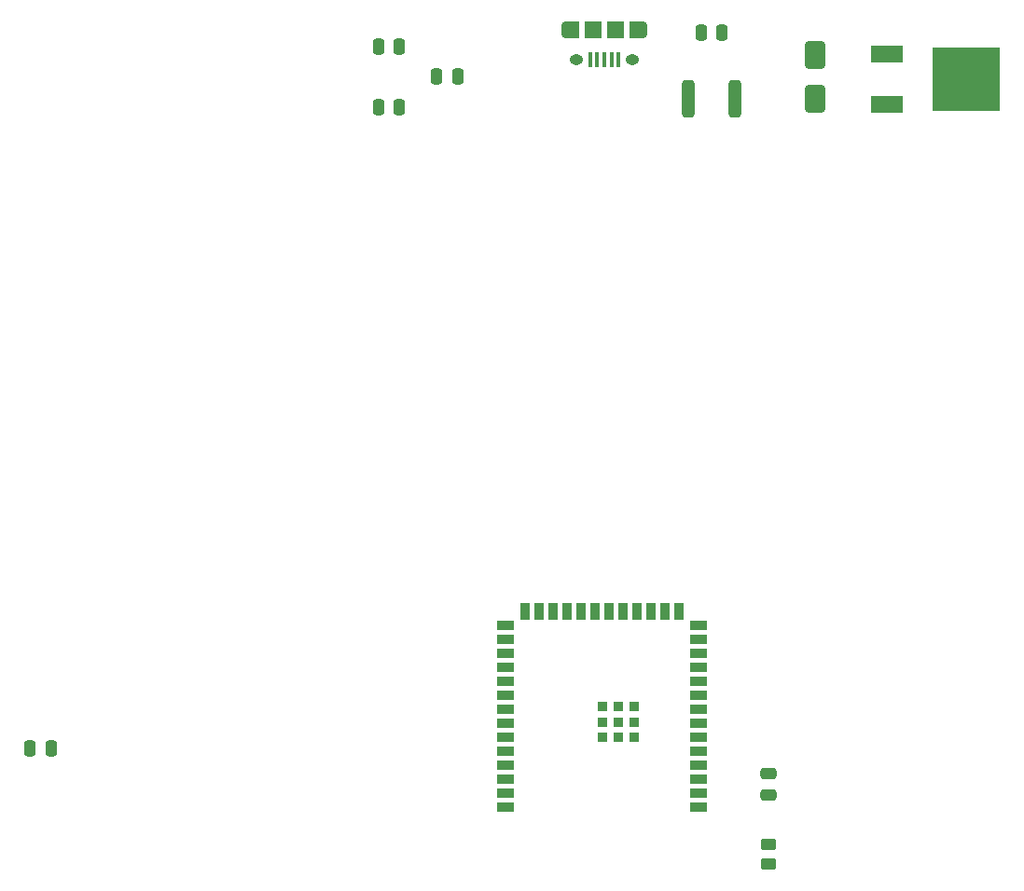
<source format=gtp>
G04 #@! TF.GenerationSoftware,KiCad,Pcbnew,(7.0.0)*
G04 #@! TF.CreationDate,2023-04-17T23:01:26-07:00*
G04 #@! TF.ProjectId,msp-debugger,6d73702d-6465-4627-9567-6765722e6b69,rev?*
G04 #@! TF.SameCoordinates,Original*
G04 #@! TF.FileFunction,Paste,Top*
G04 #@! TF.FilePolarity,Positive*
%FSLAX46Y46*%
G04 Gerber Fmt 4.6, Leading zero omitted, Abs format (unit mm)*
G04 Created by KiCad (PCBNEW (7.0.0)) date 2023-04-17 23:01:26*
%MOMM*%
%LPD*%
G01*
G04 APERTURE LIST*
G04 Aperture macros list*
%AMRoundRect*
0 Rectangle with rounded corners*
0 $1 Rounding radius*
0 $2 $3 $4 $5 $6 $7 $8 $9 X,Y pos of 4 corners*
0 Add a 4 corners polygon primitive as box body*
4,1,4,$2,$3,$4,$5,$6,$7,$8,$9,$2,$3,0*
0 Add four circle primitives for the rounded corners*
1,1,$1+$1,$2,$3*
1,1,$1+$1,$4,$5*
1,1,$1+$1,$6,$7*
1,1,$1+$1,$8,$9*
0 Add four rect primitives between the rounded corners*
20,1,$1+$1,$2,$3,$4,$5,0*
20,1,$1+$1,$4,$5,$6,$7,0*
20,1,$1+$1,$6,$7,$8,$9,0*
20,1,$1+$1,$8,$9,$2,$3,0*%
G04 Aperture macros list end*
%ADD10RoundRect,0.250000X0.450000X-0.262500X0.450000X0.262500X-0.450000X0.262500X-0.450000X-0.262500X0*%
%ADD11O,0.890000X1.550000*%
%ADD12O,1.250000X0.950000*%
%ADD13R,0.400000X1.350000*%
%ADD14R,1.200000X1.550000*%
%ADD15R,1.500000X1.550000*%
%ADD16RoundRect,0.250000X0.250000X0.475000X-0.250000X0.475000X-0.250000X-0.475000X0.250000X-0.475000X0*%
%ADD17R,1.500000X0.900000*%
%ADD18R,0.900000X1.500000*%
%ADD19R,0.900000X0.900000*%
%ADD20RoundRect,0.250000X0.475000X-0.250000X0.475000X0.250000X-0.475000X0.250000X-0.475000X-0.250000X0*%
%ADD21RoundRect,0.250000X-0.250000X-0.475000X0.250000X-0.475000X0.250000X0.475000X-0.250000X0.475000X0*%
%ADD22RoundRect,0.250000X-0.650000X1.000000X-0.650000X-1.000000X0.650000X-1.000000X0.650000X1.000000X0*%
%ADD23R,3.000000X1.600000*%
%ADD24R,6.200000X5.800000*%
%ADD25RoundRect,0.250000X-0.312500X-1.450000X0.312500X-1.450000X0.312500X1.450000X-0.312500X1.450000X0*%
G04 APERTURE END LIST*
D10*
X154870000Y-135532500D03*
X154870000Y-133707500D03*
D11*
X143499999Y-59749999D03*
D12*
X142499999Y-62449999D03*
X137499999Y-62449999D03*
D11*
X136499999Y-59749999D03*
D13*
X141299999Y-62449999D03*
X140649999Y-62449999D03*
X139999999Y-62449999D03*
X139349999Y-62449999D03*
X138699999Y-62449999D03*
D14*
X142899999Y-59749999D03*
D15*
X140999999Y-59749999D03*
X138999999Y-59749999D03*
D14*
X137099999Y-59749999D03*
D16*
X150700000Y-60000000D03*
X148800000Y-60000000D03*
D17*
X148519999Y-130359999D03*
X148519999Y-129089999D03*
X148519999Y-127819999D03*
X148519999Y-126549999D03*
X148519999Y-125279999D03*
X148519999Y-124009999D03*
X148519999Y-122739999D03*
X148519999Y-121469999D03*
X148519999Y-120199999D03*
X148519999Y-118929999D03*
X148519999Y-117659999D03*
X148519999Y-116389999D03*
X148519999Y-115119999D03*
X148519999Y-113849999D03*
D18*
X146754999Y-112599999D03*
X145484999Y-112599999D03*
X144214999Y-112599999D03*
X142944999Y-112599999D03*
X141674999Y-112599999D03*
X140404999Y-112599999D03*
X139134999Y-112599999D03*
X137864999Y-112599999D03*
X136594999Y-112599999D03*
X135324999Y-112599999D03*
X134054999Y-112599999D03*
X132784999Y-112599999D03*
D17*
X131019999Y-113849999D03*
X131019999Y-115119999D03*
X131019999Y-116389999D03*
X131019999Y-117659999D03*
X131019999Y-118929999D03*
X131019999Y-120199999D03*
X131019999Y-121469999D03*
X131019999Y-122739999D03*
X131019999Y-124009999D03*
X131019999Y-125279999D03*
X131019999Y-126549999D03*
X131019999Y-127819999D03*
X131019999Y-129089999D03*
X131019999Y-130359999D03*
D19*
X142669999Y-124039999D03*
X142669999Y-122639999D03*
X142669999Y-121239999D03*
X141269999Y-124039999D03*
X141269999Y-122639999D03*
X141269999Y-121239999D03*
X139869999Y-124039999D03*
X139869999Y-122639999D03*
X139869999Y-121239999D03*
D20*
X154870000Y-129220000D03*
X154870000Y-127320000D03*
D21*
X119500000Y-66750000D03*
X121400000Y-66750000D03*
X119500000Y-61250000D03*
X121400000Y-61250000D03*
X124800000Y-64000000D03*
X126700000Y-64000000D03*
D22*
X159131000Y-62000000D03*
X159131000Y-66000000D03*
D23*
X165669999Y-61964999D03*
X165669999Y-66534999D03*
D24*
X172839999Y-64249999D03*
D16*
X89750000Y-125000000D03*
X87850000Y-125000000D03*
D25*
X147612500Y-66000000D03*
X151887500Y-66000000D03*
M02*

</source>
